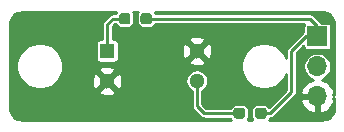
<source format=gbr>
%TF.GenerationSoftware,KiCad,Pcbnew,(5.1.10)-1*%
%TF.CreationDate,2021-10-07T16:57:37+02:00*%
%TF.ProjectId,KSI_rotator_endstop,4b53495f-726f-4746-9174-6f725f656e64,rev?*%
%TF.SameCoordinates,Original*%
%TF.FileFunction,Copper,L1,Top*%
%TF.FilePolarity,Positive*%
%FSLAX46Y46*%
G04 Gerber Fmt 4.6, Leading zero omitted, Abs format (unit mm)*
G04 Created by KiCad (PCBNEW (5.1.10)-1) date 2021-10-07 16:57:37*
%MOMM*%
%LPD*%
G01*
G04 APERTURE LIST*
%TA.AperFunction,ComponentPad*%
%ADD10C,1.300000*%
%TD*%
%TA.AperFunction,ComponentPad*%
%ADD11R,1.300000X1.300000*%
%TD*%
%TA.AperFunction,ComponentPad*%
%ADD12O,1.700000X1.700000*%
%TD*%
%TA.AperFunction,ComponentPad*%
%ADD13R,1.700000X1.700000*%
%TD*%
%TA.AperFunction,ViaPad*%
%ADD14C,0.800000*%
%TD*%
%TA.AperFunction,Conductor*%
%ADD15C,0.250000*%
%TD*%
%TA.AperFunction,Conductor*%
%ADD16C,0.254000*%
%TD*%
%TA.AperFunction,Conductor*%
%ADD17C,0.100000*%
%TD*%
G04 APERTURE END LIST*
D10*
%TO.P,U1,4*%
%TO.N,OUT*%
X142000000Y-89770000D03*
%TO.P,U1,2*%
%TO.N,GND*%
X142000000Y-87230000D03*
%TO.P,U1,3*%
X134400000Y-89770000D03*
D11*
%TO.P,U1,1*%
%TO.N,Net-(R1-Pad1)*%
X134400000Y-87230000D03*
%TD*%
D12*
%TO.P,J1,3*%
%TO.N,GND*%
X152200000Y-91080000D03*
%TO.P,J1,2*%
%TO.N,OUT*%
X152200000Y-88540000D03*
D13*
%TO.P,J1,1*%
%TO.N,+5V*%
X152200000Y-86000000D03*
%TD*%
%TO.P,R2,2*%
%TO.N,+5V*%
%TA.AperFunction,SMDPad,CuDef*%
G36*
G01*
X146925000Y-92737500D02*
X146925000Y-92262500D01*
G75*
G02*
X147162500Y-92025000I237500J0D01*
G01*
X147662500Y-92025000D01*
G75*
G02*
X147900000Y-92262500I0J-237500D01*
G01*
X147900000Y-92737500D01*
G75*
G02*
X147662500Y-92975000I-237500J0D01*
G01*
X147162500Y-92975000D01*
G75*
G02*
X146925000Y-92737500I0J237500D01*
G01*
G37*
%TD.AperFunction*%
%TO.P,R2,1*%
%TO.N,OUT*%
%TA.AperFunction,SMDPad,CuDef*%
G36*
G01*
X145100000Y-92737500D02*
X145100000Y-92262500D01*
G75*
G02*
X145337500Y-92025000I237500J0D01*
G01*
X145837500Y-92025000D01*
G75*
G02*
X146075000Y-92262500I0J-237500D01*
G01*
X146075000Y-92737500D01*
G75*
G02*
X145837500Y-92975000I-237500J0D01*
G01*
X145337500Y-92975000D01*
G75*
G02*
X145100000Y-92737500I0J237500D01*
G01*
G37*
%TD.AperFunction*%
%TD*%
%TO.P,R1,2*%
%TO.N,+5V*%
%TA.AperFunction,SMDPad,CuDef*%
G36*
G01*
X137225000Y-84737500D02*
X137225000Y-84262500D01*
G75*
G02*
X137462500Y-84025000I237500J0D01*
G01*
X137962500Y-84025000D01*
G75*
G02*
X138200000Y-84262500I0J-237500D01*
G01*
X138200000Y-84737500D01*
G75*
G02*
X137962500Y-84975000I-237500J0D01*
G01*
X137462500Y-84975000D01*
G75*
G02*
X137225000Y-84737500I0J237500D01*
G01*
G37*
%TD.AperFunction*%
%TO.P,R1,1*%
%TO.N,Net-(R1-Pad1)*%
%TA.AperFunction,SMDPad,CuDef*%
G36*
G01*
X135400000Y-84737500D02*
X135400000Y-84262500D01*
G75*
G02*
X135637500Y-84025000I237500J0D01*
G01*
X136137500Y-84025000D01*
G75*
G02*
X136375000Y-84262500I0J-237500D01*
G01*
X136375000Y-84737500D01*
G75*
G02*
X136137500Y-84975000I-237500J0D01*
G01*
X135637500Y-84975000D01*
G75*
G02*
X135400000Y-84737500I0J237500D01*
G01*
G37*
%TD.AperFunction*%
%TD*%
D14*
%TO.N,GND*%
X127100000Y-84800000D03*
X127100000Y-92100000D03*
X149900000Y-92400000D03*
X149700000Y-85700000D03*
%TD*%
D15*
%TO.N,+5V*%
X152200000Y-85100000D02*
X152200000Y-86000000D01*
X151600000Y-84500000D02*
X152200000Y-85100000D01*
X137712500Y-84500000D02*
X151600000Y-84500000D01*
X150000000Y-87200000D02*
X151200000Y-86000000D01*
X150000000Y-90700000D02*
X150000000Y-87200000D01*
X148200000Y-92500000D02*
X150000000Y-90700000D01*
X151200000Y-86000000D02*
X152200000Y-86000000D01*
X147412500Y-92500000D02*
X148200000Y-92500000D01*
%TO.N,Net-(R1-Pad1)*%
X134425000Y-84962500D02*
X134425000Y-87305000D01*
X134887500Y-84500000D02*
X134425000Y-84962500D01*
X135887500Y-84500000D02*
X134887500Y-84500000D01*
%TO.N,OUT*%
X142000000Y-91900000D02*
X142000000Y-89770000D01*
X142600000Y-92500000D02*
X142000000Y-91900000D01*
X145487500Y-92500000D02*
X142600000Y-92500000D01*
%TD*%
D16*
%TO.N,GND*%
X135114508Y-84045870D02*
X135113862Y-84048000D01*
X134909705Y-84048000D01*
X134887500Y-84045813D01*
X134798892Y-84054540D01*
X134713690Y-84080386D01*
X134635167Y-84122357D01*
X134566341Y-84178841D01*
X134552181Y-84196095D01*
X134121100Y-84627177D01*
X134103841Y-84641341D01*
X134047357Y-84710168D01*
X134019427Y-84762422D01*
X134005386Y-84788691D01*
X133979540Y-84873893D01*
X133970813Y-84962500D01*
X133973000Y-84984705D01*
X133973001Y-86251418D01*
X133750000Y-86251418D01*
X133685897Y-86257732D01*
X133624257Y-86276430D01*
X133567450Y-86306794D01*
X133517657Y-86347657D01*
X133476794Y-86397450D01*
X133446430Y-86454257D01*
X133427732Y-86515897D01*
X133421418Y-86580000D01*
X133421418Y-87880000D01*
X133427732Y-87944103D01*
X133446430Y-88005743D01*
X133476794Y-88062550D01*
X133517657Y-88112343D01*
X133567450Y-88153206D01*
X133624257Y-88183570D01*
X133685897Y-88202268D01*
X133750000Y-88208582D01*
X135050000Y-88208582D01*
X135114103Y-88202268D01*
X135175743Y-88183570D01*
X135232550Y-88153206D01*
X135278463Y-88115527D01*
X141294078Y-88115527D01*
X141347466Y-88344201D01*
X141577374Y-88450095D01*
X141823524Y-88509102D01*
X142076455Y-88518952D01*
X142326449Y-88479270D01*
X142563896Y-88391578D01*
X142652534Y-88344201D01*
X142705922Y-88115527D01*
X142000000Y-87409605D01*
X141294078Y-88115527D01*
X135278463Y-88115527D01*
X135282343Y-88112343D01*
X135323206Y-88062550D01*
X135353570Y-88005743D01*
X135372268Y-87944103D01*
X135378582Y-87880000D01*
X135378582Y-87306455D01*
X140711048Y-87306455D01*
X140750730Y-87556449D01*
X140838422Y-87793896D01*
X140885799Y-87882534D01*
X141114473Y-87935922D01*
X141820395Y-87230000D01*
X142179605Y-87230000D01*
X142885527Y-87935922D01*
X143114201Y-87882534D01*
X143220095Y-87652626D01*
X143279102Y-87406476D01*
X143288952Y-87153545D01*
X143249270Y-86903551D01*
X143161578Y-86666104D01*
X143114201Y-86577466D01*
X142885527Y-86524078D01*
X142179605Y-87230000D01*
X141820395Y-87230000D01*
X141114473Y-86524078D01*
X140885799Y-86577466D01*
X140779905Y-86807374D01*
X140720898Y-87053524D01*
X140711048Y-87306455D01*
X135378582Y-87306455D01*
X135378582Y-86580000D01*
X135372268Y-86515897D01*
X135353570Y-86454257D01*
X135323206Y-86397450D01*
X135282343Y-86347657D01*
X135278464Y-86344473D01*
X141294078Y-86344473D01*
X142000000Y-87050395D01*
X142705922Y-86344473D01*
X142652534Y-86115799D01*
X142422626Y-86009905D01*
X142176476Y-85950898D01*
X141923545Y-85941048D01*
X141673551Y-85980730D01*
X141436104Y-86068422D01*
X141347466Y-86115799D01*
X141294078Y-86344473D01*
X135278464Y-86344473D01*
X135232550Y-86306794D01*
X135175743Y-86276430D01*
X135114103Y-86257732D01*
X135050000Y-86251418D01*
X134877000Y-86251418D01*
X134877000Y-85149723D01*
X135074724Y-84952000D01*
X135113862Y-84952000D01*
X135114508Y-84954130D01*
X135166820Y-85051998D01*
X135237220Y-85137780D01*
X135323002Y-85208180D01*
X135420870Y-85260492D01*
X135527063Y-85292705D01*
X135637500Y-85303582D01*
X136137500Y-85303582D01*
X136247937Y-85292705D01*
X136354130Y-85260492D01*
X136451998Y-85208180D01*
X136537780Y-85137780D01*
X136608180Y-85051998D01*
X136660492Y-84954130D01*
X136692705Y-84847937D01*
X136703582Y-84737500D01*
X136703582Y-84262500D01*
X136692705Y-84152063D01*
X136660492Y-84045870D01*
X136610317Y-83952000D01*
X136989683Y-83952000D01*
X136939508Y-84045870D01*
X136907295Y-84152063D01*
X136896418Y-84262500D01*
X136896418Y-84737500D01*
X136907295Y-84847937D01*
X136939508Y-84954130D01*
X136991820Y-85051998D01*
X137062220Y-85137780D01*
X137148002Y-85208180D01*
X137245870Y-85260492D01*
X137352063Y-85292705D01*
X137462500Y-85303582D01*
X137962500Y-85303582D01*
X138072937Y-85292705D01*
X138179130Y-85260492D01*
X138276998Y-85208180D01*
X138362780Y-85137780D01*
X138433180Y-85051998D01*
X138485492Y-84954130D01*
X138486138Y-84952000D01*
X151089473Y-84952000D01*
X151076794Y-84967450D01*
X151046430Y-85024257D01*
X151027732Y-85085897D01*
X151021418Y-85150000D01*
X151021418Y-85582937D01*
X150947667Y-85622357D01*
X150878841Y-85678841D01*
X150864685Y-85696090D01*
X149696096Y-86864681D01*
X149678842Y-86878841D01*
X149622358Y-86947667D01*
X149580386Y-87026191D01*
X149554540Y-87111393D01*
X149545813Y-87200000D01*
X149548001Y-87222215D01*
X149548001Y-87795318D01*
X149451995Y-87563539D01*
X149235636Y-87239736D01*
X148960264Y-86964364D01*
X148636461Y-86748005D01*
X148276670Y-86598975D01*
X147894718Y-86523000D01*
X147505282Y-86523000D01*
X147123330Y-86598975D01*
X146763539Y-86748005D01*
X146439736Y-86964364D01*
X146164364Y-87239736D01*
X145948005Y-87563539D01*
X145798975Y-87923330D01*
X145723000Y-88305282D01*
X145723000Y-88694718D01*
X145798975Y-89076670D01*
X145948005Y-89436461D01*
X146164364Y-89760264D01*
X146439736Y-90035636D01*
X146763539Y-90251995D01*
X147123330Y-90401025D01*
X147505282Y-90477000D01*
X147894718Y-90477000D01*
X148276670Y-90401025D01*
X148636461Y-90251995D01*
X148960264Y-90035636D01*
X149235636Y-89760264D01*
X149451995Y-89436461D01*
X149548000Y-89204683D01*
X149548000Y-90512775D01*
X148123982Y-91936795D01*
X148062780Y-91862220D01*
X147976998Y-91791820D01*
X147879130Y-91739508D01*
X147772937Y-91707295D01*
X147662500Y-91696418D01*
X147162500Y-91696418D01*
X147052063Y-91707295D01*
X146945870Y-91739508D01*
X146848002Y-91791820D01*
X146762220Y-91862220D01*
X146691820Y-91948002D01*
X146639508Y-92045870D01*
X146607295Y-92152063D01*
X146596418Y-92262500D01*
X146596418Y-92737500D01*
X146607295Y-92847937D01*
X146639508Y-92954130D01*
X146689683Y-93048000D01*
X146310317Y-93048000D01*
X146360492Y-92954130D01*
X146392705Y-92847937D01*
X146403582Y-92737500D01*
X146403582Y-92262500D01*
X146392705Y-92152063D01*
X146360492Y-92045870D01*
X146308180Y-91948002D01*
X146237780Y-91862220D01*
X146151998Y-91791820D01*
X146054130Y-91739508D01*
X145947937Y-91707295D01*
X145837500Y-91696418D01*
X145337500Y-91696418D01*
X145227063Y-91707295D01*
X145120870Y-91739508D01*
X145023002Y-91791820D01*
X144937220Y-91862220D01*
X144866820Y-91948002D01*
X144814508Y-92045870D01*
X144813862Y-92048000D01*
X142787225Y-92048000D01*
X142452000Y-91712777D01*
X142452000Y-90640272D01*
X142462783Y-90635806D01*
X142622801Y-90528885D01*
X142758885Y-90392801D01*
X142865806Y-90232783D01*
X142939454Y-90054980D01*
X142977000Y-89866226D01*
X142977000Y-89673774D01*
X142939454Y-89485020D01*
X142865806Y-89307217D01*
X142758885Y-89147199D01*
X142622801Y-89011115D01*
X142462783Y-88904194D01*
X142284980Y-88830546D01*
X142096226Y-88793000D01*
X141903774Y-88793000D01*
X141715020Y-88830546D01*
X141537217Y-88904194D01*
X141377199Y-89011115D01*
X141241115Y-89147199D01*
X141134194Y-89307217D01*
X141060546Y-89485020D01*
X141023000Y-89673774D01*
X141023000Y-89866226D01*
X141060546Y-90054980D01*
X141134194Y-90232783D01*
X141241115Y-90392801D01*
X141377199Y-90528885D01*
X141537217Y-90635806D01*
X141548001Y-90640273D01*
X141548000Y-91877795D01*
X141545813Y-91900000D01*
X141554540Y-91988607D01*
X141562081Y-92013465D01*
X141580386Y-92073809D01*
X141622357Y-92152332D01*
X141678841Y-92221159D01*
X141696100Y-92235323D01*
X142264685Y-92803910D01*
X142278841Y-92821159D01*
X142347667Y-92877643D01*
X142382840Y-92896443D01*
X142426190Y-92919614D01*
X142511392Y-92945460D01*
X142599999Y-92954187D01*
X142622204Y-92952000D01*
X144813862Y-92952000D01*
X144814508Y-92954130D01*
X144864683Y-93048000D01*
X127217215Y-93048000D01*
X126996770Y-93026385D01*
X126801283Y-92967364D01*
X126620978Y-92871495D01*
X126462734Y-92742434D01*
X126332570Y-92585094D01*
X126235444Y-92405462D01*
X126175060Y-92210392D01*
X126152000Y-91990999D01*
X126152000Y-90655527D01*
X133694078Y-90655527D01*
X133747466Y-90884201D01*
X133977374Y-90990095D01*
X134223524Y-91049102D01*
X134476455Y-91058952D01*
X134726449Y-91019270D01*
X134963896Y-90931578D01*
X135052534Y-90884201D01*
X135105922Y-90655527D01*
X134400000Y-89949605D01*
X133694078Y-90655527D01*
X126152000Y-90655527D01*
X126152000Y-88305282D01*
X126723000Y-88305282D01*
X126723000Y-88694718D01*
X126798975Y-89076670D01*
X126948005Y-89436461D01*
X127164364Y-89760264D01*
X127439736Y-90035636D01*
X127763539Y-90251995D01*
X128123330Y-90401025D01*
X128505282Y-90477000D01*
X128894718Y-90477000D01*
X129276670Y-90401025D01*
X129636461Y-90251995D01*
X129960264Y-90035636D01*
X130149445Y-89846455D01*
X133111048Y-89846455D01*
X133150730Y-90096449D01*
X133238422Y-90333896D01*
X133285799Y-90422534D01*
X133514473Y-90475922D01*
X134220395Y-89770000D01*
X134579605Y-89770000D01*
X135285527Y-90475922D01*
X135514201Y-90422534D01*
X135620095Y-90192626D01*
X135679102Y-89946476D01*
X135688952Y-89693545D01*
X135649270Y-89443551D01*
X135561578Y-89206104D01*
X135514201Y-89117466D01*
X135285527Y-89064078D01*
X134579605Y-89770000D01*
X134220395Y-89770000D01*
X133514473Y-89064078D01*
X133285799Y-89117466D01*
X133179905Y-89347374D01*
X133120898Y-89593524D01*
X133111048Y-89846455D01*
X130149445Y-89846455D01*
X130235636Y-89760264D01*
X130451995Y-89436461D01*
X130601025Y-89076670D01*
X130639255Y-88884473D01*
X133694078Y-88884473D01*
X134400000Y-89590395D01*
X135105922Y-88884473D01*
X135052534Y-88655799D01*
X134822626Y-88549905D01*
X134576476Y-88490898D01*
X134323545Y-88481048D01*
X134073551Y-88520730D01*
X133836104Y-88608422D01*
X133747466Y-88655799D01*
X133694078Y-88884473D01*
X130639255Y-88884473D01*
X130677000Y-88694718D01*
X130677000Y-88305282D01*
X130601025Y-87923330D01*
X130451995Y-87563539D01*
X130235636Y-87239736D01*
X129960264Y-86964364D01*
X129636461Y-86748005D01*
X129276670Y-86598975D01*
X128894718Y-86523000D01*
X128505282Y-86523000D01*
X128123330Y-86598975D01*
X127763539Y-86748005D01*
X127439736Y-86964364D01*
X127164364Y-87239736D01*
X126948005Y-87563539D01*
X126798975Y-87923330D01*
X126723000Y-88305282D01*
X126152000Y-88305282D01*
X126152000Y-85017215D01*
X126173615Y-84796768D01*
X126232637Y-84601281D01*
X126328507Y-84420976D01*
X126457570Y-84262730D01*
X126614909Y-84132568D01*
X126794535Y-84035445D01*
X126989608Y-83975060D01*
X127209001Y-83952000D01*
X135164683Y-83952000D01*
X135114508Y-84045870D01*
%TA.AperFunction,Conductor*%
D17*
G36*
X135114508Y-84045870D02*
G01*
X135113862Y-84048000D01*
X134909705Y-84048000D01*
X134887500Y-84045813D01*
X134798892Y-84054540D01*
X134713690Y-84080386D01*
X134635167Y-84122357D01*
X134566341Y-84178841D01*
X134552181Y-84196095D01*
X134121100Y-84627177D01*
X134103841Y-84641341D01*
X134047357Y-84710168D01*
X134019427Y-84762422D01*
X134005386Y-84788691D01*
X133979540Y-84873893D01*
X133970813Y-84962500D01*
X133973000Y-84984705D01*
X133973001Y-86251418D01*
X133750000Y-86251418D01*
X133685897Y-86257732D01*
X133624257Y-86276430D01*
X133567450Y-86306794D01*
X133517657Y-86347657D01*
X133476794Y-86397450D01*
X133446430Y-86454257D01*
X133427732Y-86515897D01*
X133421418Y-86580000D01*
X133421418Y-87880000D01*
X133427732Y-87944103D01*
X133446430Y-88005743D01*
X133476794Y-88062550D01*
X133517657Y-88112343D01*
X133567450Y-88153206D01*
X133624257Y-88183570D01*
X133685897Y-88202268D01*
X133750000Y-88208582D01*
X135050000Y-88208582D01*
X135114103Y-88202268D01*
X135175743Y-88183570D01*
X135232550Y-88153206D01*
X135278463Y-88115527D01*
X141294078Y-88115527D01*
X141347466Y-88344201D01*
X141577374Y-88450095D01*
X141823524Y-88509102D01*
X142076455Y-88518952D01*
X142326449Y-88479270D01*
X142563896Y-88391578D01*
X142652534Y-88344201D01*
X142705922Y-88115527D01*
X142000000Y-87409605D01*
X141294078Y-88115527D01*
X135278463Y-88115527D01*
X135282343Y-88112343D01*
X135323206Y-88062550D01*
X135353570Y-88005743D01*
X135372268Y-87944103D01*
X135378582Y-87880000D01*
X135378582Y-87306455D01*
X140711048Y-87306455D01*
X140750730Y-87556449D01*
X140838422Y-87793896D01*
X140885799Y-87882534D01*
X141114473Y-87935922D01*
X141820395Y-87230000D01*
X142179605Y-87230000D01*
X142885527Y-87935922D01*
X143114201Y-87882534D01*
X143220095Y-87652626D01*
X143279102Y-87406476D01*
X143288952Y-87153545D01*
X143249270Y-86903551D01*
X143161578Y-86666104D01*
X143114201Y-86577466D01*
X142885527Y-86524078D01*
X142179605Y-87230000D01*
X141820395Y-87230000D01*
X141114473Y-86524078D01*
X140885799Y-86577466D01*
X140779905Y-86807374D01*
X140720898Y-87053524D01*
X140711048Y-87306455D01*
X135378582Y-87306455D01*
X135378582Y-86580000D01*
X135372268Y-86515897D01*
X135353570Y-86454257D01*
X135323206Y-86397450D01*
X135282343Y-86347657D01*
X135278464Y-86344473D01*
X141294078Y-86344473D01*
X142000000Y-87050395D01*
X142705922Y-86344473D01*
X142652534Y-86115799D01*
X142422626Y-86009905D01*
X142176476Y-85950898D01*
X141923545Y-85941048D01*
X141673551Y-85980730D01*
X141436104Y-86068422D01*
X141347466Y-86115799D01*
X141294078Y-86344473D01*
X135278464Y-86344473D01*
X135232550Y-86306794D01*
X135175743Y-86276430D01*
X135114103Y-86257732D01*
X135050000Y-86251418D01*
X134877000Y-86251418D01*
X134877000Y-85149723D01*
X135074724Y-84952000D01*
X135113862Y-84952000D01*
X135114508Y-84954130D01*
X135166820Y-85051998D01*
X135237220Y-85137780D01*
X135323002Y-85208180D01*
X135420870Y-85260492D01*
X135527063Y-85292705D01*
X135637500Y-85303582D01*
X136137500Y-85303582D01*
X136247937Y-85292705D01*
X136354130Y-85260492D01*
X136451998Y-85208180D01*
X136537780Y-85137780D01*
X136608180Y-85051998D01*
X136660492Y-84954130D01*
X136692705Y-84847937D01*
X136703582Y-84737500D01*
X136703582Y-84262500D01*
X136692705Y-84152063D01*
X136660492Y-84045870D01*
X136610317Y-83952000D01*
X136989683Y-83952000D01*
X136939508Y-84045870D01*
X136907295Y-84152063D01*
X136896418Y-84262500D01*
X136896418Y-84737500D01*
X136907295Y-84847937D01*
X136939508Y-84954130D01*
X136991820Y-85051998D01*
X137062220Y-85137780D01*
X137148002Y-85208180D01*
X137245870Y-85260492D01*
X137352063Y-85292705D01*
X137462500Y-85303582D01*
X137962500Y-85303582D01*
X138072937Y-85292705D01*
X138179130Y-85260492D01*
X138276998Y-85208180D01*
X138362780Y-85137780D01*
X138433180Y-85051998D01*
X138485492Y-84954130D01*
X138486138Y-84952000D01*
X151089473Y-84952000D01*
X151076794Y-84967450D01*
X151046430Y-85024257D01*
X151027732Y-85085897D01*
X151021418Y-85150000D01*
X151021418Y-85582937D01*
X150947667Y-85622357D01*
X150878841Y-85678841D01*
X150864685Y-85696090D01*
X149696096Y-86864681D01*
X149678842Y-86878841D01*
X149622358Y-86947667D01*
X149580386Y-87026191D01*
X149554540Y-87111393D01*
X149545813Y-87200000D01*
X149548001Y-87222215D01*
X149548001Y-87795318D01*
X149451995Y-87563539D01*
X149235636Y-87239736D01*
X148960264Y-86964364D01*
X148636461Y-86748005D01*
X148276670Y-86598975D01*
X147894718Y-86523000D01*
X147505282Y-86523000D01*
X147123330Y-86598975D01*
X146763539Y-86748005D01*
X146439736Y-86964364D01*
X146164364Y-87239736D01*
X145948005Y-87563539D01*
X145798975Y-87923330D01*
X145723000Y-88305282D01*
X145723000Y-88694718D01*
X145798975Y-89076670D01*
X145948005Y-89436461D01*
X146164364Y-89760264D01*
X146439736Y-90035636D01*
X146763539Y-90251995D01*
X147123330Y-90401025D01*
X147505282Y-90477000D01*
X147894718Y-90477000D01*
X148276670Y-90401025D01*
X148636461Y-90251995D01*
X148960264Y-90035636D01*
X149235636Y-89760264D01*
X149451995Y-89436461D01*
X149548000Y-89204683D01*
X149548000Y-90512775D01*
X148123982Y-91936795D01*
X148062780Y-91862220D01*
X147976998Y-91791820D01*
X147879130Y-91739508D01*
X147772937Y-91707295D01*
X147662500Y-91696418D01*
X147162500Y-91696418D01*
X147052063Y-91707295D01*
X146945870Y-91739508D01*
X146848002Y-91791820D01*
X146762220Y-91862220D01*
X146691820Y-91948002D01*
X146639508Y-92045870D01*
X146607295Y-92152063D01*
X146596418Y-92262500D01*
X146596418Y-92737500D01*
X146607295Y-92847937D01*
X146639508Y-92954130D01*
X146689683Y-93048000D01*
X146310317Y-93048000D01*
X146360492Y-92954130D01*
X146392705Y-92847937D01*
X146403582Y-92737500D01*
X146403582Y-92262500D01*
X146392705Y-92152063D01*
X146360492Y-92045870D01*
X146308180Y-91948002D01*
X146237780Y-91862220D01*
X146151998Y-91791820D01*
X146054130Y-91739508D01*
X145947937Y-91707295D01*
X145837500Y-91696418D01*
X145337500Y-91696418D01*
X145227063Y-91707295D01*
X145120870Y-91739508D01*
X145023002Y-91791820D01*
X144937220Y-91862220D01*
X144866820Y-91948002D01*
X144814508Y-92045870D01*
X144813862Y-92048000D01*
X142787225Y-92048000D01*
X142452000Y-91712777D01*
X142452000Y-90640272D01*
X142462783Y-90635806D01*
X142622801Y-90528885D01*
X142758885Y-90392801D01*
X142865806Y-90232783D01*
X142939454Y-90054980D01*
X142977000Y-89866226D01*
X142977000Y-89673774D01*
X142939454Y-89485020D01*
X142865806Y-89307217D01*
X142758885Y-89147199D01*
X142622801Y-89011115D01*
X142462783Y-88904194D01*
X142284980Y-88830546D01*
X142096226Y-88793000D01*
X141903774Y-88793000D01*
X141715020Y-88830546D01*
X141537217Y-88904194D01*
X141377199Y-89011115D01*
X141241115Y-89147199D01*
X141134194Y-89307217D01*
X141060546Y-89485020D01*
X141023000Y-89673774D01*
X141023000Y-89866226D01*
X141060546Y-90054980D01*
X141134194Y-90232783D01*
X141241115Y-90392801D01*
X141377199Y-90528885D01*
X141537217Y-90635806D01*
X141548001Y-90640273D01*
X141548000Y-91877795D01*
X141545813Y-91900000D01*
X141554540Y-91988607D01*
X141562081Y-92013465D01*
X141580386Y-92073809D01*
X141622357Y-92152332D01*
X141678841Y-92221159D01*
X141696100Y-92235323D01*
X142264685Y-92803910D01*
X142278841Y-92821159D01*
X142347667Y-92877643D01*
X142382840Y-92896443D01*
X142426190Y-92919614D01*
X142511392Y-92945460D01*
X142599999Y-92954187D01*
X142622204Y-92952000D01*
X144813862Y-92952000D01*
X144814508Y-92954130D01*
X144864683Y-93048000D01*
X127217215Y-93048000D01*
X126996770Y-93026385D01*
X126801283Y-92967364D01*
X126620978Y-92871495D01*
X126462734Y-92742434D01*
X126332570Y-92585094D01*
X126235444Y-92405462D01*
X126175060Y-92210392D01*
X126152000Y-91990999D01*
X126152000Y-90655527D01*
X133694078Y-90655527D01*
X133747466Y-90884201D01*
X133977374Y-90990095D01*
X134223524Y-91049102D01*
X134476455Y-91058952D01*
X134726449Y-91019270D01*
X134963896Y-90931578D01*
X135052534Y-90884201D01*
X135105922Y-90655527D01*
X134400000Y-89949605D01*
X133694078Y-90655527D01*
X126152000Y-90655527D01*
X126152000Y-88305282D01*
X126723000Y-88305282D01*
X126723000Y-88694718D01*
X126798975Y-89076670D01*
X126948005Y-89436461D01*
X127164364Y-89760264D01*
X127439736Y-90035636D01*
X127763539Y-90251995D01*
X128123330Y-90401025D01*
X128505282Y-90477000D01*
X128894718Y-90477000D01*
X129276670Y-90401025D01*
X129636461Y-90251995D01*
X129960264Y-90035636D01*
X130149445Y-89846455D01*
X133111048Y-89846455D01*
X133150730Y-90096449D01*
X133238422Y-90333896D01*
X133285799Y-90422534D01*
X133514473Y-90475922D01*
X134220395Y-89770000D01*
X134579605Y-89770000D01*
X135285527Y-90475922D01*
X135514201Y-90422534D01*
X135620095Y-90192626D01*
X135679102Y-89946476D01*
X135688952Y-89693545D01*
X135649270Y-89443551D01*
X135561578Y-89206104D01*
X135514201Y-89117466D01*
X135285527Y-89064078D01*
X134579605Y-89770000D01*
X134220395Y-89770000D01*
X133514473Y-89064078D01*
X133285799Y-89117466D01*
X133179905Y-89347374D01*
X133120898Y-89593524D01*
X133111048Y-89846455D01*
X130149445Y-89846455D01*
X130235636Y-89760264D01*
X130451995Y-89436461D01*
X130601025Y-89076670D01*
X130639255Y-88884473D01*
X133694078Y-88884473D01*
X134400000Y-89590395D01*
X135105922Y-88884473D01*
X135052534Y-88655799D01*
X134822626Y-88549905D01*
X134576476Y-88490898D01*
X134323545Y-88481048D01*
X134073551Y-88520730D01*
X133836104Y-88608422D01*
X133747466Y-88655799D01*
X133694078Y-88884473D01*
X130639255Y-88884473D01*
X130677000Y-88694718D01*
X130677000Y-88305282D01*
X130601025Y-87923330D01*
X130451995Y-87563539D01*
X130235636Y-87239736D01*
X129960264Y-86964364D01*
X129636461Y-86748005D01*
X129276670Y-86598975D01*
X128894718Y-86523000D01*
X128505282Y-86523000D01*
X128123330Y-86598975D01*
X127763539Y-86748005D01*
X127439736Y-86964364D01*
X127164364Y-87239736D01*
X126948005Y-87563539D01*
X126798975Y-87923330D01*
X126723000Y-88305282D01*
X126152000Y-88305282D01*
X126152000Y-85017215D01*
X126173615Y-84796768D01*
X126232637Y-84601281D01*
X126328507Y-84420976D01*
X126457570Y-84262730D01*
X126614909Y-84132568D01*
X126794535Y-84035445D01*
X126989608Y-83975060D01*
X127209001Y-83952000D01*
X135164683Y-83952000D01*
X135114508Y-84045870D01*
G37*
%TD.AperFunction*%
D16*
X152803232Y-83973615D02*
X152998719Y-84032637D01*
X153179024Y-84128507D01*
X153337270Y-84257570D01*
X153467432Y-84414909D01*
X153564555Y-84594535D01*
X153624940Y-84789608D01*
X153648000Y-85009001D01*
X153648001Y-90952998D01*
X153520156Y-90952998D01*
X153641476Y-90723110D01*
X153596825Y-90575901D01*
X153471641Y-90313080D01*
X153297588Y-90079731D01*
X153081355Y-89884822D01*
X152831252Y-89735843D01*
X152592821Y-89651264D01*
X152757519Y-89583044D01*
X152950294Y-89454236D01*
X153114236Y-89290294D01*
X153243044Y-89097519D01*
X153331769Y-88883318D01*
X153377000Y-88655924D01*
X153377000Y-88424076D01*
X153331769Y-88196682D01*
X153243044Y-87982481D01*
X153114236Y-87789706D01*
X152950294Y-87625764D01*
X152757519Y-87496956D01*
X152543318Y-87408231D01*
X152315924Y-87363000D01*
X152084076Y-87363000D01*
X151856682Y-87408231D01*
X151642481Y-87496956D01*
X151449706Y-87625764D01*
X151285764Y-87789706D01*
X151156956Y-87982481D01*
X151068231Y-88196682D01*
X151023000Y-88424076D01*
X151023000Y-88655924D01*
X151068231Y-88883318D01*
X151156956Y-89097519D01*
X151285764Y-89290294D01*
X151449706Y-89454236D01*
X151642481Y-89583044D01*
X151807179Y-89651264D01*
X151568748Y-89735843D01*
X151318645Y-89884822D01*
X151102412Y-90079731D01*
X150928359Y-90313080D01*
X150803175Y-90575901D01*
X150758524Y-90723110D01*
X150879845Y-90953000D01*
X152073000Y-90953000D01*
X152073000Y-90933000D01*
X152327000Y-90933000D01*
X152327000Y-90953000D01*
X152347000Y-90953000D01*
X152347000Y-91207000D01*
X152327000Y-91207000D01*
X152327000Y-92400814D01*
X152556891Y-92521481D01*
X152831252Y-92424157D01*
X153081355Y-92275178D01*
X153297588Y-92080269D01*
X153471641Y-91846920D01*
X153596825Y-91584099D01*
X153641476Y-91436890D01*
X153520156Y-91207002D01*
X153648001Y-91207002D01*
X153648001Y-91982775D01*
X153626385Y-92203230D01*
X153567364Y-92398717D01*
X153471495Y-92579022D01*
X153342434Y-92737266D01*
X153185094Y-92867430D01*
X153005462Y-92964556D01*
X152810392Y-93024940D01*
X152590999Y-93048000D01*
X148135317Y-93048000D01*
X148185492Y-92954130D01*
X148185896Y-92952798D01*
X148200000Y-92954187D01*
X148222205Y-92952000D01*
X148288607Y-92945460D01*
X148373810Y-92919614D01*
X148452333Y-92877643D01*
X148521159Y-92821159D01*
X148535323Y-92803900D01*
X149902334Y-91436890D01*
X150758524Y-91436890D01*
X150803175Y-91584099D01*
X150928359Y-91846920D01*
X151102412Y-92080269D01*
X151318645Y-92275178D01*
X151568748Y-92424157D01*
X151843109Y-92521481D01*
X152073000Y-92400814D01*
X152073000Y-91207000D01*
X150879845Y-91207000D01*
X150758524Y-91436890D01*
X149902334Y-91436890D01*
X150303912Y-91035313D01*
X150321159Y-91021159D01*
X150377643Y-90952333D01*
X150419614Y-90873810D01*
X150445460Y-90788607D01*
X150452000Y-90722205D01*
X150452000Y-90722204D01*
X150454187Y-90700001D01*
X150452000Y-90677796D01*
X150452000Y-87387223D01*
X151021418Y-86817806D01*
X151021418Y-86850000D01*
X151027732Y-86914103D01*
X151046430Y-86975743D01*
X151076794Y-87032550D01*
X151117657Y-87082343D01*
X151167450Y-87123206D01*
X151224257Y-87153570D01*
X151285897Y-87172268D01*
X151350000Y-87178582D01*
X153050000Y-87178582D01*
X153114103Y-87172268D01*
X153175743Y-87153570D01*
X153232550Y-87123206D01*
X153282343Y-87082343D01*
X153323206Y-87032550D01*
X153353570Y-86975743D01*
X153372268Y-86914103D01*
X153378582Y-86850000D01*
X153378582Y-85150000D01*
X153372268Y-85085897D01*
X153353570Y-85024257D01*
X153323206Y-84967450D01*
X153282343Y-84917657D01*
X153232550Y-84876794D01*
X153175743Y-84846430D01*
X153114103Y-84827732D01*
X153050000Y-84821418D01*
X152556101Y-84821418D01*
X152521159Y-84778841D01*
X152503911Y-84764686D01*
X151935323Y-84196100D01*
X151921159Y-84178841D01*
X151852333Y-84122357D01*
X151773810Y-84080386D01*
X151688607Y-84054540D01*
X151622205Y-84048000D01*
X151600000Y-84045813D01*
X151577795Y-84048000D01*
X138486138Y-84048000D01*
X138485492Y-84045870D01*
X138435317Y-83952000D01*
X152582785Y-83952000D01*
X152803232Y-83973615D01*
%TA.AperFunction,Conductor*%
D17*
G36*
X152803232Y-83973615D02*
G01*
X152998719Y-84032637D01*
X153179024Y-84128507D01*
X153337270Y-84257570D01*
X153467432Y-84414909D01*
X153564555Y-84594535D01*
X153624940Y-84789608D01*
X153648000Y-85009001D01*
X153648001Y-90952998D01*
X153520156Y-90952998D01*
X153641476Y-90723110D01*
X153596825Y-90575901D01*
X153471641Y-90313080D01*
X153297588Y-90079731D01*
X153081355Y-89884822D01*
X152831252Y-89735843D01*
X152592821Y-89651264D01*
X152757519Y-89583044D01*
X152950294Y-89454236D01*
X153114236Y-89290294D01*
X153243044Y-89097519D01*
X153331769Y-88883318D01*
X153377000Y-88655924D01*
X153377000Y-88424076D01*
X153331769Y-88196682D01*
X153243044Y-87982481D01*
X153114236Y-87789706D01*
X152950294Y-87625764D01*
X152757519Y-87496956D01*
X152543318Y-87408231D01*
X152315924Y-87363000D01*
X152084076Y-87363000D01*
X151856682Y-87408231D01*
X151642481Y-87496956D01*
X151449706Y-87625764D01*
X151285764Y-87789706D01*
X151156956Y-87982481D01*
X151068231Y-88196682D01*
X151023000Y-88424076D01*
X151023000Y-88655924D01*
X151068231Y-88883318D01*
X151156956Y-89097519D01*
X151285764Y-89290294D01*
X151449706Y-89454236D01*
X151642481Y-89583044D01*
X151807179Y-89651264D01*
X151568748Y-89735843D01*
X151318645Y-89884822D01*
X151102412Y-90079731D01*
X150928359Y-90313080D01*
X150803175Y-90575901D01*
X150758524Y-90723110D01*
X150879845Y-90953000D01*
X152073000Y-90953000D01*
X152073000Y-90933000D01*
X152327000Y-90933000D01*
X152327000Y-90953000D01*
X152347000Y-90953000D01*
X152347000Y-91207000D01*
X152327000Y-91207000D01*
X152327000Y-92400814D01*
X152556891Y-92521481D01*
X152831252Y-92424157D01*
X153081355Y-92275178D01*
X153297588Y-92080269D01*
X153471641Y-91846920D01*
X153596825Y-91584099D01*
X153641476Y-91436890D01*
X153520156Y-91207002D01*
X153648001Y-91207002D01*
X153648001Y-91982775D01*
X153626385Y-92203230D01*
X153567364Y-92398717D01*
X153471495Y-92579022D01*
X153342434Y-92737266D01*
X153185094Y-92867430D01*
X153005462Y-92964556D01*
X152810392Y-93024940D01*
X152590999Y-93048000D01*
X148135317Y-93048000D01*
X148185492Y-92954130D01*
X148185896Y-92952798D01*
X148200000Y-92954187D01*
X148222205Y-92952000D01*
X148288607Y-92945460D01*
X148373810Y-92919614D01*
X148452333Y-92877643D01*
X148521159Y-92821159D01*
X148535323Y-92803900D01*
X149902334Y-91436890D01*
X150758524Y-91436890D01*
X150803175Y-91584099D01*
X150928359Y-91846920D01*
X151102412Y-92080269D01*
X151318645Y-92275178D01*
X151568748Y-92424157D01*
X151843109Y-92521481D01*
X152073000Y-92400814D01*
X152073000Y-91207000D01*
X150879845Y-91207000D01*
X150758524Y-91436890D01*
X149902334Y-91436890D01*
X150303912Y-91035313D01*
X150321159Y-91021159D01*
X150377643Y-90952333D01*
X150419614Y-90873810D01*
X150445460Y-90788607D01*
X150452000Y-90722205D01*
X150452000Y-90722204D01*
X150454187Y-90700001D01*
X150452000Y-90677796D01*
X150452000Y-87387223D01*
X151021418Y-86817806D01*
X151021418Y-86850000D01*
X151027732Y-86914103D01*
X151046430Y-86975743D01*
X151076794Y-87032550D01*
X151117657Y-87082343D01*
X151167450Y-87123206D01*
X151224257Y-87153570D01*
X151285897Y-87172268D01*
X151350000Y-87178582D01*
X153050000Y-87178582D01*
X153114103Y-87172268D01*
X153175743Y-87153570D01*
X153232550Y-87123206D01*
X153282343Y-87082343D01*
X153323206Y-87032550D01*
X153353570Y-86975743D01*
X153372268Y-86914103D01*
X153378582Y-86850000D01*
X153378582Y-85150000D01*
X153372268Y-85085897D01*
X153353570Y-85024257D01*
X153323206Y-84967450D01*
X153282343Y-84917657D01*
X153232550Y-84876794D01*
X153175743Y-84846430D01*
X153114103Y-84827732D01*
X153050000Y-84821418D01*
X152556101Y-84821418D01*
X152521159Y-84778841D01*
X152503911Y-84764686D01*
X151935323Y-84196100D01*
X151921159Y-84178841D01*
X151852333Y-84122357D01*
X151773810Y-84080386D01*
X151688607Y-84054540D01*
X151622205Y-84048000D01*
X151600000Y-84045813D01*
X151577795Y-84048000D01*
X138486138Y-84048000D01*
X138485492Y-84045870D01*
X138435317Y-83952000D01*
X152582785Y-83952000D01*
X152803232Y-83973615D01*
G37*
%TD.AperFunction*%
%TD*%
M02*

</source>
